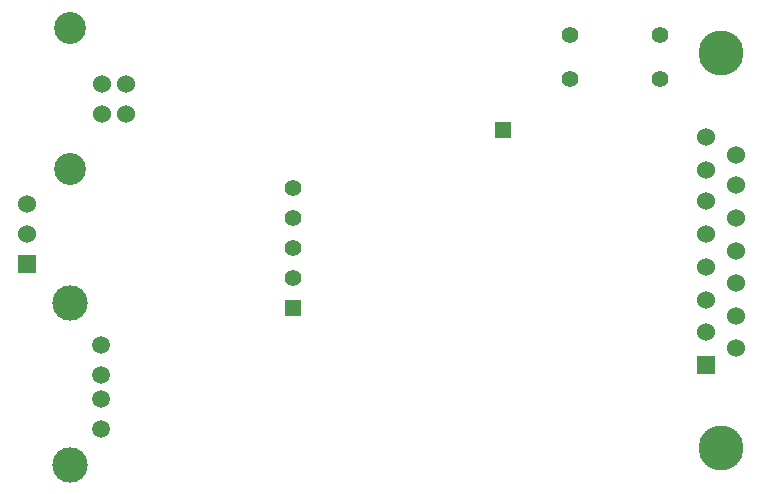
<source format=gbs>
G04 (created by PCBNEW (2013-03-15 BZR 4003)-stable) date 17/04/2013 22:03:58*
%MOIN*%
G04 Gerber Fmt 3.4, Leading zero omitted, Abs format*
%FSLAX34Y34*%
G01*
G70*
G90*
G04 APERTURE LIST*
%ADD10C,0.006*%
%ADD11C,0.06*%
%ADD12C,0.1063*%
%ADD13C,0.0591*%
%ADD14C,0.1181*%
%ADD15R,0.055X0.055*%
%ADD16C,0.055*%
%ADD17C,0.15*%
%ADD18R,0.06X0.06*%
G04 APERTURE END LIST*
G54D10*
G54D11*
X56751Y-41818D03*
X56751Y-40818D03*
X55964Y-40818D03*
X55964Y-41818D03*
G54D12*
X54901Y-43680D03*
X54901Y-38956D03*
G54D13*
X55935Y-52315D03*
X55935Y-51315D03*
X55935Y-50515D03*
X55935Y-49515D03*
G54D14*
X54885Y-53515D03*
X54885Y-48115D03*
G54D15*
X69320Y-42352D03*
G54D16*
X74561Y-40679D03*
X71561Y-40679D03*
X71561Y-39202D03*
X74561Y-39202D03*
G54D15*
X62332Y-48297D03*
G54D16*
X62332Y-47297D03*
X62332Y-46297D03*
X62332Y-45297D03*
X62332Y-44297D03*
G54D17*
X76604Y-52981D03*
X76604Y-39793D03*
G54D11*
X76104Y-42587D03*
X76104Y-43687D03*
X76104Y-44737D03*
X76104Y-45837D03*
X76104Y-46937D03*
X76104Y-48037D03*
X76104Y-49087D03*
G54D18*
X76104Y-50187D03*
G54D11*
X77104Y-43207D03*
X77104Y-44207D03*
X77104Y-45307D03*
X77104Y-46387D03*
X77104Y-47467D03*
X77104Y-48567D03*
X77104Y-49647D03*
G54D18*
X53464Y-46826D03*
G54D11*
X53464Y-45826D03*
X53464Y-44826D03*
M02*

</source>
